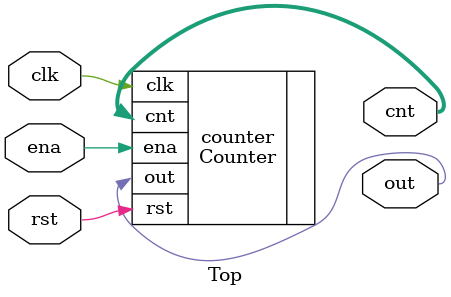
<source format=sv>
module Top(
    input clk,
    input rst,
    input ena,
    output out,
    output[3:0] cnt
);

Counter counter(
    .clk(clk),
    .rst(rst),
    .ena(ena),
    .out(out),
    .cnt(cnt)
);

endmodule
</source>
